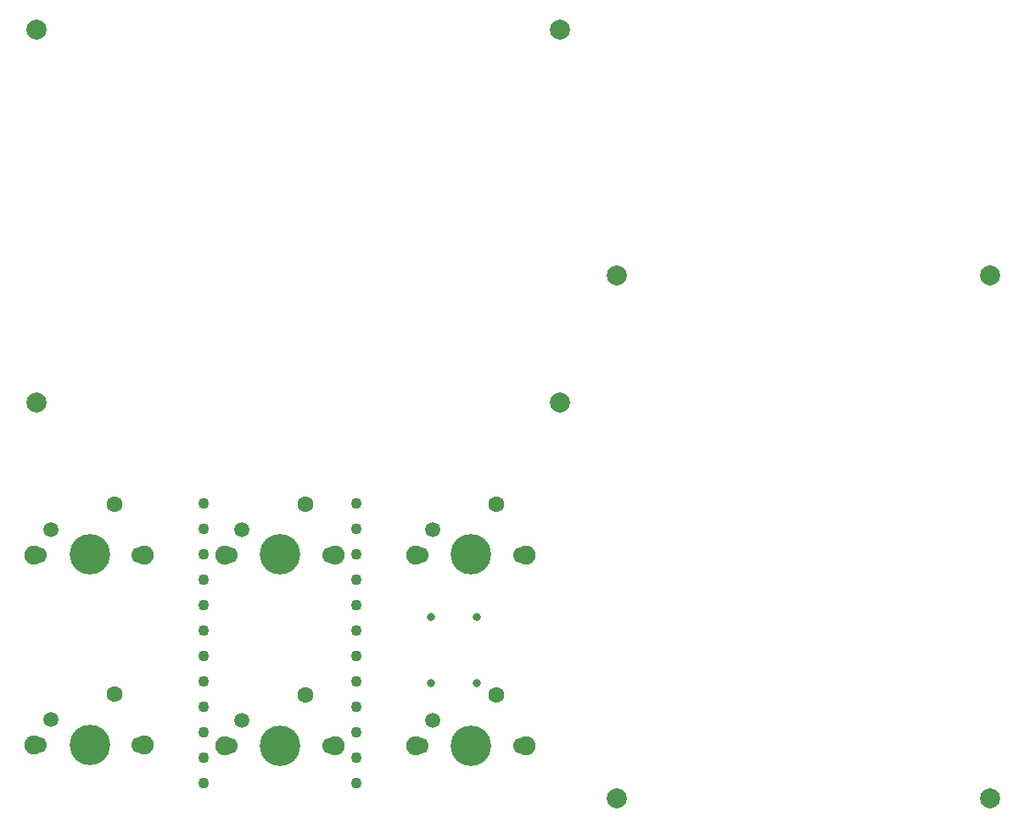
<source format=gbr>
%TF.GenerationSoftware,Altium Limited,Altium Designer,20.1.12 (249)*%
G04 Layer_Color=0*
%FSLAX26Y26*%
%MOIN*%
%TF.SameCoordinates,9E99BA8B-9897-4C81-AE0E-6E9FF3DC4262*%
%TF.FilePolarity,Positive*%
%TF.FileFunction,Plated,1,2,PTH,Drill*%
%TF.Part,Single*%
G01*
G75*
%TA.AperFunction,OtherDrill,Pad Free-3 (2378.937mil,96.457mil)*%
%ADD32C,0.078740*%
%TA.AperFunction,OtherDrill,Pad Free-3 (2378.937mil,2153.543mil)*%
%ADD33C,0.078740*%
%TA.AperFunction,OtherDrill,Pad Free-3 (3845.472mil,2153.543mil)*%
%ADD34C,0.078740*%
%TA.AperFunction,OtherDrill,Pad Free-3 (3845.472mil,96.457mil)*%
%ADD35C,0.078740*%
%TA.AperFunction,ComponentDrill*%
%ADD36C,0.031496*%
%ADD37C,0.066929*%
%ADD38C,0.074803*%
%ADD39C,0.062992*%
%ADD40C,0.059055*%
%ADD41C,0.159449*%
%ADD42C,0.042992*%
%TA.AperFunction,OtherDrill,Pad Free-3 (2155.512mil,3120.079mil)*%
%ADD43C,0.078740*%
%TA.AperFunction,OtherDrill,Pad Free-3 (98.425mil,3120.079mil)*%
%ADD44C,0.078740*%
%TA.AperFunction,OtherDrill,Pad Free-3 (98.425mil,1653.543mil)*%
%ADD45C,0.078740*%
%TA.AperFunction,OtherDrill,Pad Free-3 (2155.512mil,1653.543mil)*%
%ADD46C,0.078740*%
D32*
X2378937Y96457D02*
D03*
D33*
Y2153543D02*
D03*
D34*
X3845472D02*
D03*
D35*
Y96457D02*
D03*
D03*
D03*
D36*
X1828819Y549213D02*
D03*
X1647716D02*
D03*
X1828819Y809055D02*
D03*
X1647716D02*
D03*
D37*
X506099Y304803D02*
D03*
X106099D02*
D03*
X506099Y1054016D02*
D03*
X106099D02*
D03*
X1255548Y303779D02*
D03*
X855548D02*
D03*
X1255312Y1054016D02*
D03*
X855312D02*
D03*
X2004760Y303779D02*
D03*
X1604760D02*
D03*
X2004524Y1054016D02*
D03*
X1604524D02*
D03*
D38*
X522634Y304803D02*
D03*
X89170D02*
D03*
X522634Y1054016D02*
D03*
X89170D02*
D03*
X1272083Y303779D02*
D03*
X838619D02*
D03*
X1271847Y1054016D02*
D03*
X838383D02*
D03*
X2021296Y303779D02*
D03*
X1587831D02*
D03*
X2021060Y1054016D02*
D03*
X1587595D02*
D03*
D39*
X407083Y504803D02*
D03*
Y1254016D02*
D03*
X1156532Y503779D02*
D03*
X1156296Y1254016D02*
D03*
X1905745Y503779D02*
D03*
X1905508Y1254016D02*
D03*
D40*
X157083Y404803D02*
D03*
Y1154016D02*
D03*
X906532Y403779D02*
D03*
X906296Y1154016D02*
D03*
X1655745Y403779D02*
D03*
X1655508Y1154016D02*
D03*
D41*
X307674Y305394D02*
D03*
Y1054606D02*
D03*
X1057123Y304370D02*
D03*
X1056887Y1054606D02*
D03*
X1806335Y304370D02*
D03*
X1806099Y1054606D02*
D03*
D42*
X1355315Y1055906D02*
D03*
Y255905D02*
D03*
Y655905D02*
D03*
Y155905D02*
D03*
Y455906D02*
D03*
Y355906D02*
D03*
Y855905D02*
D03*
Y755905D02*
D03*
Y1155906D02*
D03*
Y955905D02*
D03*
Y1255906D02*
D03*
Y555905D02*
D03*
X755315Y255905D02*
D03*
Y655905D02*
D03*
Y1055906D02*
D03*
Y155905D02*
D03*
Y455906D02*
D03*
Y355906D02*
D03*
Y855905D02*
D03*
Y755905D02*
D03*
Y955905D02*
D03*
Y1155906D02*
D03*
Y1255906D02*
D03*
Y555905D02*
D03*
D43*
X2155512Y3120079D02*
D03*
D03*
D03*
D44*
X98425D02*
D03*
D45*
Y1653543D02*
D03*
D46*
X2155512D02*
D03*
%TF.MD5,d69912019a4d5f697b9d38d729139b90*%
M02*

</source>
